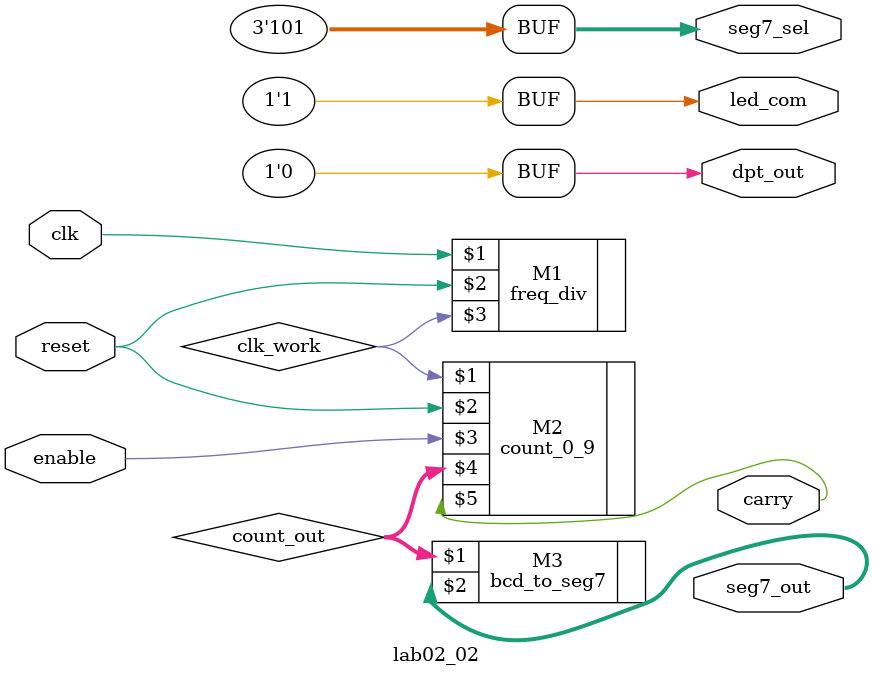
<source format=v>
module lab02_02(clk, reset, enable, seg7_sel, seg7_out, dpt_out, carry, led_com);//count_0_9_top
input clk, reset, enable;	//pin W16,C16,AA15
output[2:0] seg7_sel;	 //pin AB10,AB11,AA12
output[6:0] seg7_out; // pin AB7,AA7,AB6,AB5,AA9,Y9,AB8 
output dpt_out, carry, led_com;//pinAA8,E2,N20
wire clk_work;
wire[3:0] count_out;
freq_div# (21)M1 (clk, reset, clk_work) ;
count_0_9 M2 (clk_work, reset, enable, count_out, carry) ;
bcd_to_seg7 M3 (count_out, seg7_out);
assign seg7_sel = 3'b101;
assign dpt_out = 1'b0; 	//七段顯示器右下角小點不亮
assign led_com = 1'b1;	//上排LED亮燈
endmodule

</source>
